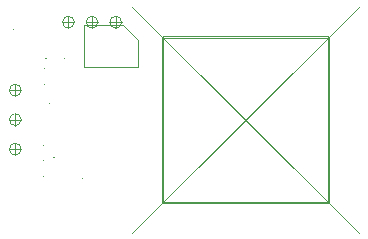
<source format=gbr>
%TF.GenerationSoftware,KiCad,Pcbnew,9.0.0*%
%TF.CreationDate,2025-03-31T12:07:15+01:00*%
%TF.ProjectId,vm_keycap_button_0.2,766d5f6b-6579-4636-9170-5f627574746f,v0.2*%
%TF.SameCoordinates,PX5742de0PY47868c0*%
%TF.FileFunction,AssemblyDrawing,Top*%
%FSLAX45Y45*%
G04 Gerber Fmt 4.5, Leading zero omitted, Abs format (unit mm)*
G04 Created by KiCad (PCBNEW 9.0.0) date 2025-03-31 12:07:15*
%MOMM*%
%LPD*%
G01*
G04 APERTURE LIST*
%ADD10C,0.100000*%
%ADD11C,0.120000*%
%ADD12C,0.060000*%
G04 APERTURE END LIST*
D10*
%TO.C,GS5*%
X-500000Y825000D02*
X-400000Y825000D01*
X-450000Y875000D02*
X-450000Y775000D01*
X-400000Y825000D02*
G75*
G02*
X-500000Y825000I-50000J0D01*
G01*
X-500000Y825000D02*
G75*
G02*
X-400000Y825000I50000J0D01*
G01*
%TO.C,GS3*%
X-1350000Y250000D02*
X-1250000Y250000D01*
X-1300000Y300000D02*
X-1300000Y200000D01*
X-1250000Y250000D02*
G75*
G02*
X-1350000Y250000I-50000J0D01*
G01*
X-1350000Y250000D02*
G75*
G02*
X-1250000Y250000I50000J0D01*
G01*
D11*
%TO.C,J1*%
X-718100Y799060D02*
X-387900Y799060D01*
X-718100Y443460D02*
X-718100Y799060D01*
X-387900Y799060D02*
X-260900Y672060D01*
X-260900Y672060D02*
X-260900Y443460D01*
X-260900Y443460D02*
X-718100Y443460D01*
D12*
%TO.C,R7*%
X-877000Y520000D02*
G75*
G02*
X-883000Y520000I-3000J0D01*
G01*
X-883000Y520000D02*
G75*
G02*
X-877000Y520000I3000J0D01*
G01*
D10*
X-55000Y700000D02*
X-55000Y-700000D01*
X-45000Y-700000D02*
G75*
G02*
X-55000Y-700000I-5000J0D01*
G01*
X-45000Y-700000D02*
X-45000Y700000D01*
X-45000Y700000D02*
G75*
G03*
X-55000Y700000I-5000J0D01*
G01*
X-50000Y-705000D02*
X1350000Y-705000D01*
X1350000Y-695000D02*
G75*
G02*
X1350000Y-705000I0J-5000D01*
G01*
X1350000Y-695000D02*
X-50000Y-695000D01*
X-50000Y-695000D02*
G75*
G03*
X-50000Y-705000I0J-5000D01*
G01*
X1350000Y705000D02*
X-50000Y705000D01*
X-50000Y695000D02*
G75*
G02*
X-50000Y705000I0J5000D01*
G01*
X-50000Y695000D02*
X1350000Y695000D01*
X1350000Y695000D02*
G75*
G03*
X1350000Y705000I0J5000D01*
G01*
X1355000Y-700000D02*
X1355000Y700000D01*
X1345000Y700000D02*
G75*
G02*
X1355000Y700000I5000J0D01*
G01*
X1345000Y700000D02*
X1345000Y-700000D01*
X1345000Y-700000D02*
G75*
G03*
X1355000Y-700000I5000J0D01*
G01*
%TO.C,GS4*%
X-700000Y825000D02*
X-600000Y825000D01*
X-650000Y875000D02*
X-650000Y775000D01*
X-600000Y825000D02*
G75*
G02*
X-700000Y825000I-50000J0D01*
G01*
X-700000Y825000D02*
G75*
G02*
X-600000Y825000I50000J0D01*
G01*
D12*
%TO.C,U2*%
X-1007000Y137000D02*
G75*
G02*
X-1013000Y137000I-3000J0D01*
G01*
X-1013000Y137000D02*
G75*
G02*
X-1007000Y137000I3000J0D01*
G01*
D10*
%TO.C,GS6*%
X-900000Y825000D02*
X-800000Y825000D01*
X-850000Y875000D02*
X-850000Y775000D01*
X-800000Y825000D02*
G75*
G02*
X-900000Y825000I-50000J0D01*
G01*
X-900000Y825000D02*
G75*
G02*
X-800000Y825000I50000J0D01*
G01*
D12*
%TO.C,D1*%
X-1057000Y-480000D02*
G75*
G02*
X-1063000Y-480000I-3000J0D01*
G01*
X-1063000Y-480000D02*
G75*
G02*
X-1057000Y-480000I3000J0D01*
G01*
%TO.C,R6*%
X-1037000Y520000D02*
G75*
G02*
X-1043000Y520000I-3000J0D01*
G01*
X-1043000Y520000D02*
G75*
G02*
X-1037000Y520000I3000J0D01*
G01*
%TO.C,C3*%
X-1057000Y-220000D02*
G75*
G02*
X-1063000Y-220000I-3000J0D01*
G01*
X-1063000Y-220000D02*
G75*
G02*
X-1057000Y-220000I3000J0D01*
G01*
%TO.C,U1*%
X-970000Y-320000D02*
G75*
G02*
X-976000Y-320000I-3000J0D01*
G01*
X-976000Y-320000D02*
G75*
G02*
X-970000Y-320000I3000J0D01*
G01*
D10*
%TO.C,GS2*%
X-1350000Y-250000D02*
X-1250000Y-250000D01*
X-1300000Y-200000D02*
X-1300000Y-300000D01*
X-1250000Y-250000D02*
G75*
G02*
X-1350000Y-250000I-50000J0D01*
G01*
X-1350000Y-250000D02*
G75*
G02*
X-1250000Y-250000I50000J0D01*
G01*
D12*
%TO.C,R5*%
X-1047000Y430000D02*
G75*
G02*
X-1053000Y430000I-3000J0D01*
G01*
X-1053000Y430000D02*
G75*
G02*
X-1047000Y430000I3000J0D01*
G01*
%TO.C,C1*%
X-727000Y-500000D02*
G75*
G02*
X-733000Y-500000I-3000J0D01*
G01*
X-733000Y-500000D02*
G75*
G02*
X-727000Y-500000I3000J0D01*
G01*
D10*
%TO.C,GS1*%
X-1350000Y0D02*
X-1250000Y0D01*
X-1300000Y50000D02*
X-1300000Y-50000D01*
X-1250000Y0D02*
G75*
G02*
X-1350000Y0I-50000J0D01*
G01*
X-1350000Y0D02*
G75*
G02*
X-1250000Y0I50000J0D01*
G01*
D12*
%TO.C,C2*%
X-1047000Y300000D02*
G75*
G02*
X-1053000Y300000I-3000J0D01*
G01*
X-1053000Y300000D02*
G75*
G02*
X-1047000Y300000I3000J0D01*
G01*
%TO.C,R1*%
X-1057000Y-350000D02*
G75*
G02*
X-1063000Y-350000I-3000J0D01*
G01*
X-1063000Y-350000D02*
G75*
G02*
X-1057000Y-350000I3000J0D01*
G01*
%TO.C,D2*%
X-1312000Y762000D02*
G75*
G02*
X-1318000Y762000I-3000J0D01*
G01*
X-1318000Y762000D02*
G75*
G02*
X-1312000Y762000I3000J0D01*
G01*
%TD*%
D10*
X-307500Y957500D02*
X1607500Y-957500D01*
X-307500Y-957500D02*
X1607500Y957500D01*
M02*

</source>
